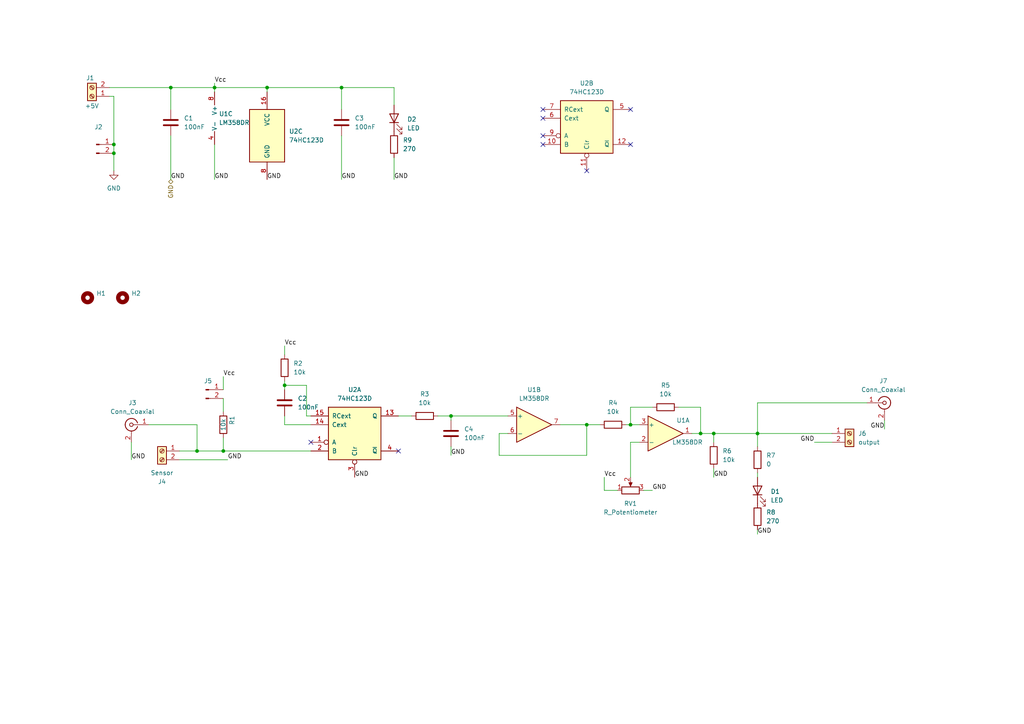
<source format=kicad_sch>
(kicad_sch (version 20231120) (generator "eeschema") (generator_version "8.0")
  (paper "A4")
  (lib_symbols
    (symbol "74xx:74HC123" (pin_names (offset 1.016))
      (property "Reference" "U" (at -7.62 8.89 0))
      (property "Value" "74HC123" (at -7.62 -8.89 0))
      (symbol "74HC123_1_0"
        (pin input inverted (at -12.7 -2.54 0) (length 5.08) (name "A") (number "1"))
        (pin output line (at 12.7 5.08 180) (length 5.08) (name "Q") (number "13"))
        (pin input line (at -12.7 2.54 0) (length 5.08) (name "Cext") (number "14"))
        (pin input line (at -12.7 5.08 0) (length 5.08) (name "RCext") (number "15"))
        (pin input line (at -12.7 -5.08 0) (length 5.08) (name "B") (number "2"))
        (pin input inverted (at 0 -12.7 90) (length 5.08) (name "Clr") (number "3"))
        (pin output line (at 12.7 -5.08 180) (length 5.08) (name "~{Q}") (number "4"))
      )
      (symbol "74HC123_1_1"
        (rectangle (start -7.62 7.62) (end 7.62 -7.62) (stroke (width 0.254)) (fill (type background)))
      )
      (symbol "74HC123_2_0"
        (pin input line (at -12.7 -5.08 0) (length 5.08) (name "B") (number "10"))
        (pin input inverted (at 0 -12.7 90) (length 5.08) (name "Clr") (number "11"))
        (pin output line (at 12.7 -5.08 180) (length 5.08) (name "~{Q}") (number "12"))
        (pin output line (at 12.7 5.08 180) (length 5.08) (name "Q") (number "5"))
        (pin input line (at -12.7 2.54 0) (length 5.08) (name "Cext") (number "6"))
        (pin input line (at -12.7 5.08 0) (length 5.08) (name "RCext") (number "7"))
        (pin input inverted (at -12.7 -2.54 0) (length 5.08) (name "A") (number "9"))
      )
      (symbol "74HC123_2_1"
        (rectangle (start -7.62 7.62) (end 7.62 -7.62) (stroke (width 0.254)) (fill (type background)))
      )
      (symbol "74HC123_3_0"
        (pin power_in line (at 0 12.7 270) (length 5.08) (name "VCC") (number "16"))
        (pin power_in line (at 0 -12.7 90) (length 5.08) (name "GND") (number "8"))
      )
      (symbol "74HC123_3_1"
        (rectangle (start -5.08 7.62) (end 5.08 -7.62) (stroke (width 0.254)) (fill (type background)))
      )
    )
    (symbol "Amplifier_Operational:LM358" (pin_names (offset 0.127))
      (property "Reference" "U" (at 0 5.08 0))
      (property "Value" "LM358" (at 0 -5.08 0))
      (symbol "LM358_1_1"
        (polyline (pts (xy -5.08 5.08) (xy 5.08 0) (xy -5.08 -5.08) (xy -5.08 5.08)) (stroke (width 0.254)) (fill (type background)))
        (pin output line (at 7.62 0 180) (length 2.54) (name "~") (number "1"))
        (pin input line (at -7.62 -2.54 0) (length 2.54) (name "-") (number "2"))
        (pin input line (at -7.62 2.54 0) (length 2.54) (name "+") (number "3"))
      )
      (symbol "LM358_2_1"
        (polyline (pts (xy -5.08 5.08) (xy 5.08 0) (xy -5.08 -5.08) (xy -5.08 5.08)) (stroke (width 0.254)) (fill (type background)))
        (pin input line (at -7.62 2.54 0) (length 2.54) (name "+") (number "5"))
        (pin input line (at -7.62 -2.54 0) (length 2.54) (name "-") (number "6"))
        (pin output line (at 7.62 0 180) (length 2.54) (name "~") (number "7"))
      )
      (symbol "LM358_3_1"
        (pin power_in line (at -2.54 -7.62 90) (length 3.81) (name "V-") (number "4"))
        (pin power_in line (at -2.54 7.62 270) (length 3.81) (name "V+") (number "8"))
      )
    )
    (symbol "Connector:Conn_01x02_Pin" (pin_names (offset 1.016) hide)
      (property "Reference" "J" (at 0 2.54 0))
      (property "Value" "Conn_01x02_Pin" (at 0 -5.08 0))
      (symbol "Conn_01x02_Pin_1_1"
        (polyline (pts (xy 1.27 -2.54) (xy 0.8636 -2.54)) (stroke (width 0.1524)))
        (polyline (pts (xy 1.27 0) (xy 0.8636 0)) (stroke (width 0.1524)))
        (rectangle (start 0.8636 -2.413) (end 0 -2.667) (stroke (width 0.1524)) (fill (type outline)))
        (rectangle (start 0.8636 0.127) (end 0 -0.127) (stroke (width 0.1524)) (fill (type outline)))
        (pin passive line (at 5.08 0 180) (length 3.81) (name "Pin_1") (number "1"))
        (pin passive line (at 5.08 -2.54 180) (length 3.81) (name "Pin_2") (number "2"))
      )
    )
    (symbol "Connector:Conn_Coaxial" (pin_names (offset 1.016) hide)
      (property "Reference" "J" (at 0.254 3.048 0))
      (property "Value" "Conn_Coaxial" (at 2.921 0 90))
      (symbol "Conn_Coaxial_0_1"
        (arc (start -1.778 -0.508) (mid 0.2311 -1.8066) (end 1.778 0) (stroke (width 0.254)))
        (polyline (pts (xy -2.54 0) (xy -0.508 0)))
        (polyline (pts (xy 0 -2.54) (xy 0 -1.778)))
        (circle (center 0 0) (radius 0.508) (stroke (width 0.2032)))
        (arc (start 1.778 0) (mid 0.2099 1.8101) (end -1.778 0.508) (stroke (width 0.254)))
      )
      (symbol "Conn_Coaxial_1_1"
        (pin passive line (at -5.08 0 0) (length 2.54) (name "In") (number "1"))
        (pin passive line (at 0 -5.08 90) (length 2.54) (name "Ext") (number "2"))
      )
    )
    (symbol "Connector:Screw_Terminal_01x02" (pin_names (offset 1.016) hide)
      (property "Reference" "J" (at 0 2.54 0))
      (property "Value" "Screw_Terminal_01x02" (at 0 -5.08 0))
      (symbol "Screw_Terminal_01x02_1_1"
        (rectangle (start -1.27 1.27) (end 1.27 -3.81) (stroke (width 0.254)) (fill (type background)))
        (circle (center 0 -2.54) (radius 0.635) (stroke (width 0.1524)))
        (polyline (pts (xy -0.5334 -2.2098) (xy 0.3302 -3.048)) (stroke (width 0.1524)))
        (polyline (pts (xy -0.5334 0.3302) (xy 0.3302 -0.508)) (stroke (width 0.1524)))
        (polyline (pts (xy -0.3556 -2.032) (xy 0.508 -2.8702)) (stroke (width 0.1524)))
        (polyline (pts (xy -0.3556 0.508) (xy 0.508 -0.3302)) (stroke (width 0.1524)))
        (circle (center 0 0) (radius 0.635) (stroke (width 0.1524)))
        (pin passive line (at -5.08 0 0) (length 3.81) (name "Pin_1") (number "1"))
        (pin passive line (at -5.08 -2.54 0) (length 3.81) (name "Pin_2") (number "2"))
      )
    )
    (symbol "Device:C" (pin_numbers hide) (pin_names (offset 0.254))
      (property "Reference" "C" (at 0.635 2.54 0))
      (property "Value" "C" (at 0.635 -2.54 0))
      (symbol "C_0_1"
        (polyline (pts (xy -2.032 -0.762) (xy 2.032 -0.762)) (stroke (width 0.508)))
        (polyline (pts (xy -2.032 0.762) (xy 2.032 0.762)) (stroke (width 0.508)))
      )
      (symbol "C_1_1"
        (pin passive line (at 0 3.81 270) (length 2.794) (name "~") (number "1"))
        (pin passive line (at 0 -3.81 90) (length 2.794) (name "~") (number "2"))
      )
    )
    (symbol "Device:LED" (pin_numbers hide) (pin_names (offset 1.016) hide)
      (property "Reference" "D" (at 0 2.54 0))
      (property "Value" "LED" (at 0 -2.54 0))
      (symbol "LED_0_1"
        (polyline (pts (xy -1.27 -1.27) (xy -1.27 1.27)) (stroke (width 0.254)))
        (polyline (pts (xy -1.27 0) (xy 1.27 0)))
        (polyline (pts (xy 1.27 -1.27) (xy 1.27 1.27) (xy -1.27 0) (xy 1.27 -1.27)) (stroke (width 0.254)))
        (polyline (pts (xy -3.048 -0.762) (xy -4.572 -2.286) (xy -3.81 -2.286) (xy -4.572 -2.286) (xy -4.572 -1.524)))
        (polyline (pts (xy -1.778 -0.762) (xy -3.302 -2.286) (xy -2.54 -2.286) (xy -3.302 -2.286) (xy -3.302 -1.524)))
      )
      (symbol "LED_1_1"
        (pin passive line (at -3.81 0 0) (length 2.54) (name "K") (number "1"))
        (pin passive line (at 3.81 0 180) (length 2.54) (name "A") (number "2"))
      )
    )
    (symbol "Device:R" (pin_numbers hide) (pin_names (offset 0))
      (property "Reference" "R" (at 2.032 0 90))
      (property "Value" "R" (at 0 0 90))
      (symbol "R_0_1"
        (rectangle (start -1.016 -2.54) (end 1.016 2.54) (stroke (width 0.254)))
      )
      (symbol "R_1_1"
        (pin passive line (at 0 3.81 270) (length 1.27) (name "~") (number "1"))
        (pin passive line (at 0 -3.81 90) (length 1.27) (name "~") (number "2"))
      )
    )
    (symbol "Device:R_Potentiometer" (pin_names (offset 1.016) hide)
      (property "Reference" "RV" (at -4.445 0 90))
      (property "Value" "R_Potentiometer" (at -2.54 0 90))
      (symbol "R_Potentiometer_0_1"
        (polyline (pts (xy 2.54 0) (xy 1.524 0)))
        (polyline (pts (xy 1.143 0) (xy 2.286 0.508) (xy 2.286 -0.508) (xy 1.143 0)) (fill (type outline)))
        (rectangle (start 1.016 2.54) (end -1.016 -2.54) (stroke (width 0.254)))
      )
      (symbol "R_Potentiometer_1_1"
        (pin passive line (at 0 3.81 270) (length 1.27) (name "1") (number "1"))
        (pin passive line (at 3.81 0 180) (length 1.27) (name "2") (number "2"))
        (pin passive line (at 0 -3.81 90) (length 1.27) (name "3") (number "3"))
      )
    )
    (symbol "Mechanical:MountingHole" (pin_names (offset 1.016)) (exclude_from_sim yes) (in_bom no)
      (property "Reference" "H" (at 0 5.08 0))
      (property "Value" "MountingHole" (at 0 3.175 0))
      (symbol "MountingHole_0_1"
        (circle (center 0 0) (radius 1.27) (stroke (width 1.27)))
      )
    )
    (symbol "power:GND" (power) (pin_numbers hide) (pin_names (offset 0) hide)
      (property "Value" "GND" (at 0 -3.81 0))
      (symbol "GND_0_1"
        (polyline (pts (xy 0 0) (xy 0 -1.27) (xy 1.27 -1.27) (xy 0 -2.54) (xy -1.27 -1.27) (xy 0 -1.27)))
      )
      (symbol "GND_1_1"
        (pin power_in line (at 0 0 270) (length 0) (name "~") (number "1"))
      )
    )
  )
  (junction (at 33.02 44.45))
  (junction (at 49.53 25.4))
  (junction (at 207.01 125.73))
  (junction (at 170.18 123.19))
  (junction (at 82.55 111.76))
  (junction (at 57.15 130.81))
  (junction (at 33.02 41.91))
  (junction (at 64.77 130.81))
  (junction (at 130.81 120.65))
  (junction (at 99.06 25.4))
  (junction (at 62.23 25.4))
  (junction (at 203.2 125.73))
  (junction (at 77.47 25.4))
  (junction (at 182.88 123.19))
  (junction (at 219.71 125.73))
  (no_connect (at 170.18 49.53))
  (no_connect (at 157.48 41.91))
  (no_connect (at 115.57 130.81))
  (no_connect (at 157.48 39.37))
  (no_connect (at 90.17 128.27))
  (no_connect (at 157.48 34.29))
  (no_connect (at 182.88 41.91))
  (no_connect (at 182.88 31.75))
  (no_connect (at 157.48 31.75))
  (wire (pts (xy 196.85 118.11) (xy 203.2 118.11)))
  (wire (pts (xy 62.23 41.91) (xy 62.23 52.07)))
  (wire (pts (xy 49.53 25.4) (xy 49.53 31.75)))
  (wire (pts (xy 130.81 120.65) (xy 130.81 121.92)))
  (wire (pts (xy 170.18 132.08) (xy 170.18 123.19)))
  (wire (pts (xy 82.55 111.76) (xy 88.9 111.76)))
  (wire (pts (xy 33.02 44.45) (xy 33.02 41.91)))
  (wire (pts (xy 203.2 125.73) (xy 207.01 125.73)))
  (wire (pts (xy 82.55 111.76) (xy 82.55 113.03)))
  (wire (pts (xy 38.1 128.27) (xy 38.1 133.35)))
  (wire (pts (xy 219.71 116.84) (xy 219.71 125.73)))
  (wire (pts (xy 130.81 129.54) (xy 130.81 132.08)))
  (wire (pts (xy 64.77 127) (xy 64.77 130.81)))
  (wire (pts (xy 62.23 25.4) (xy 77.47 25.4)))
  (wire (pts (xy 33.02 49.53) (xy 33.02 44.45)))
  (wire (pts (xy 62.23 25.4) (xy 62.23 26.67)))
  (wire (pts (xy 31.75 25.4) (xy 49.53 25.4)))
  (wire (pts (xy 64.77 130.81) (xy 90.17 130.81)))
  (wire (pts (xy 181.61 123.19) (xy 182.88 123.19)))
  (wire (pts (xy 182.88 123.19) (xy 185.42 123.19)))
  (wire (pts (xy 144.78 125.73) (xy 144.78 132.08)))
  (wire (pts (xy 219.71 125.73) (xy 241.3 125.73)))
  (wire (pts (xy 200.66 125.73) (xy 203.2 125.73)))
  (wire (pts (xy 77.47 25.4) (xy 99.06 25.4)))
  (wire (pts (xy 90.17 120.65) (xy 88.9 120.65)))
  (wire (pts (xy 219.71 125.73) (xy 219.71 129.54)))
  (wire (pts (xy 99.06 39.37) (xy 99.06 52.07)))
  (wire (pts (xy 52.07 133.35) (xy 66.04 133.35)))
  (wire (pts (xy 64.77 115.57) (xy 64.77 119.38)))
  (wire (pts (xy 43.18 123.19) (xy 57.15 123.19)))
  (wire (pts (xy 185.42 128.27) (xy 182.88 128.27)))
  (wire (pts (xy 207.01 135.89) (xy 207.01 138.43)))
  (wire (pts (xy 49.53 25.4) (xy 62.23 25.4)))
  (wire (pts (xy 144.78 132.08) (xy 170.18 132.08)))
  (wire (pts (xy 170.18 123.19) (xy 162.56 123.19)))
  (wire (pts (xy 82.55 120.65) (xy 82.55 123.19)))
  (wire (pts (xy 77.47 26.67) (xy 77.47 25.4)))
  (wire (pts (xy 219.71 137.16) (xy 219.71 138.43)))
  (wire (pts (xy 114.3 45.72) (xy 114.3 52.07)))
  (wire (pts (xy 88.9 120.65) (xy 88.9 111.76)))
  (wire (pts (xy 175.26 142.24) (xy 179.07 142.24)))
  (wire (pts (xy 236.22 128.27) (xy 241.3 128.27)))
  (wire (pts (xy 49.53 39.37) (xy 49.53 52.07)))
  (wire (pts (xy 114.3 30.48) (xy 114.3 25.4)))
  (wire (pts (xy 182.88 128.27) (xy 182.88 138.43)))
  (wire (pts (xy 57.15 130.81) (xy 64.77 130.81)))
  (wire (pts (xy 62.23 24.13) (xy 62.23 25.4)))
  (wire (pts (xy 186.69 142.24) (xy 189.23 142.24)))
  (wire (pts (xy 170.18 123.19) (xy 173.99 123.19)))
  (wire (pts (xy 182.88 118.11) (xy 182.88 123.19)))
  (wire (pts (xy 219.71 116.84) (xy 251.46 116.84)))
  (wire (pts (xy 52.07 130.81) (xy 57.15 130.81)))
  (wire (pts (xy 207.01 125.73) (xy 219.71 125.73)))
  (wire (pts (xy 33.02 41.91) (xy 33.02 27.94)))
  (wire (pts (xy 114.3 25.4) (xy 99.06 25.4)))
  (wire (pts (xy 219.71 153.67) (xy 219.71 154.94)))
  (wire (pts (xy 115.57 120.65) (xy 119.38 120.65)))
  (wire (pts (xy 82.55 110.49) (xy 82.55 111.76)))
  (wire (pts (xy 147.32 125.73) (xy 144.78 125.73)))
  (wire (pts (xy 127 120.65) (xy 130.81 120.65)))
  (wire (pts (xy 203.2 118.11) (xy 203.2 125.73)))
  (wire (pts (xy 207.01 128.27) (xy 207.01 125.73)))
  (wire (pts (xy 57.15 123.19) (xy 57.15 130.81)))
  (wire (pts (xy 90.17 123.19) (xy 82.55 123.19)))
  (wire (pts (xy 130.81 120.65) (xy 147.32 120.65)))
  (wire (pts (xy 256.54 121.92) (xy 256.54 124.46)))
  (wire (pts (xy 64.77 109.22) (xy 64.77 113.03)))
  (wire (pts (xy 99.06 31.75) (xy 99.06 25.4)))
  (wire (pts (xy 31.75 27.94) (xy 33.02 27.94)))
  (wire (pts (xy 82.55 100.33) (xy 82.55 102.87)))
  (wire (pts (xy 175.26 138.43) (xy 175.26 142.24)))
  (wire (pts (xy 189.23 118.11) (xy 182.88 118.11)))
  (label "Vcc" (at 82.55 100.33 0))
  (label "GND" (at 236.22 128.27 180))
  (label "GND" (at 130.81 132.08 0))
  (label "GND" (at 77.47 52.07 0))
  (label "GND" (at 66.04 133.35 0))
  (label "GND" (at 256.54 124.46 180))
  (label "GND" (at 219.71 154.94 0))
  (label "Vcc" (at 64.77 109.22 0))
  (label "GND" (at 62.23 52.07 0))
  (label "GND" (at 38.1 133.35 0))
  (label "Vcc" (at 175.26 138.43 0))
  (label "GND" (at 114.3 52.07 0))
  (label "GND" (at 99.06 52.07 0))
  (label "Vcc" (at 62.23 24.13 0))
  (label "GND" (at 207.01 138.43 0))
  (label "GND" (at 102.87 138.43 0))
  (label "GND" (at 49.53 52.07 0))
  (label "GND" (at 189.23 142.24 0))
  (hierarchical_label "GND" (shape bidirectional) (at 49.53 52.07 270))
  (symbol (lib_id "Connector:Screw_Terminal_01x02") (at 26.67 27.94 180) (unit 1)
    (property "Reference" "J1" (at 26.162 22.606 0))
    (property "Value" "+5V" (at 26.67 30.734 0))
    (property "Footprint" "TerminalBlock_TE-Connectivity:TerminalBlock_TE_282834-2_1x02_P2.54mm_Horizontal" (effects (hide yes)))
    (property "Description" "Generic screw terminal, single row, 01x02, script generated (kicad-library-utils/schlib/autogen/connector/)" (effects (hide yes)))
  )
  (symbol (lib_id "power:GND") (at 33.02 49.53 0) (unit 1)
    (property "Reference" "#PWR01" (effects (hide yes)))
    (property "Value" "GND" (at 33.02 54.61 0))
    (property "Description" "Power symbol creates a global label with name \"GND\" , ground" (effects (hide yes)))
  )
  (symbol (lib_id "Device:R") (at 82.55 106.68 0) (unit 1)
    (property "Reference" "R2" (at 85.09 105.4099 0) (effects (justify left)))
    (property "Value" "10k" (at 85.09 107.9499 0) (effects (justify left)))
    (property "Footprint" "Resistor_SMD:R_0603_1608Metric" (effects (hide yes)))
  )
  (symbol (lib_id "Connector:Screw_Terminal_01x02") (at 246.38 125.73 0) (unit 1)
    (property "Reference" "J6" (at 248.92 125.7299 0) (effects (justify left)))
    (property "Value" "output" (at 248.92 128.2699 0) (effects (justify left)))
    (property "Footprint" "TerminalBlock_TE-Connectivity:TerminalBlock_TE_282834-2_1x02_P2.54mm_Horizontal" (effects (hide yes)))
    (property "Description" "Generic screw terminal, single row, 01x02, script generated (kicad-library-utils/schlib/autogen/connector/)" (effects (hide yes)))
  )
  (symbol (lib_id "Device:R") (at 64.77 123.19 0) (unit 1)
    (property "Reference" "R1" (at 67.31 121.92 90))
    (property "Value" "10k" (at 64.77 123.19 90))
    (property "Footprint" "Resistor_SMD:R_0603_1608Metric" (effects (hide yes)))
  )
  (symbol (lib_id "74xx:74HC123") (at 170.18 36.83 0) (unit 2)
    (property "Reference" "U2" (at 170.18 24.13 0))
    (property "Value" "74HC123D" (at 170.18 26.67 0))
    (property "Footprint" "Package_SO:SOIC-16W_5.3x10.2mm_P1.27mm" (effects (hide yes)))
    (property "Datasheet" "https://assets.nexperia.com/documents/data-sheet/74HC_HCT123.pdf" (effects (hide yes)))
    (property "Description" "Dual retriggerable monostable multivibrator" (effects (hide yes)))
  )
  (symbol (lib_id "Connector:Screw_Terminal_01x02") (at 46.99 130.81 0) (mirror y) (unit 1)
    (property "Reference" "J4" (at 46.99 139.7 0))
    (property "Value" "Sensor" (at 46.99 137.16 0))
    (property "Footprint" "TerminalBlock_TE-Connectivity:TerminalBlock_TE_282834-2_1x02_P2.54mm_Horizontal" (effects (hide yes)))
    (property "Description" "Generic screw terminal, single row, 01x02, script generated (kicad-library-utils/schlib/autogen/connector/)" (effects (hide yes)))
  )
  (symbol (lib_id "Device:R") (at 219.71 133.35 180) (unit 1)
    (property "Reference" "R7" (at 222.25 132.0799 0) (effects (justify right)))
    (property "Value" "0" (at 222.25 134.6199 0) (effects (justify right)))
    (property "Footprint" "Resistor_SMD:R_0603_1608Metric" (effects (hide yes)))
  )
  (symbol (lib_id "Device:C") (at 130.81 125.73 0) (unit 1)
    (property "Reference" "C4" (at 134.62 124.46 0) (effects (justify left)))
    (property "Value" "100nF" (at 134.62 127 0) (effects (justify left)))
    (property "Footprint" "Capacitor_SMD:C_0603_1608Metric" (effects (hide yes)))
  )
  (symbol (lib_id "Mechanical:MountingHole") (at 35.56 86.36 0) (unit 1) (exclude_from_sim yes) (in_bom no)
    (property "Reference" "H2" (at 38.1 85.0899 0) (effects (justify left)))
    (property "Value" "MountingHole" (effects (hide yes)))
    (property "Footprint" "MountingHole:MountingHole_3mm" (effects (hide yes)))
    (property "Description" "Mounting Hole without connection" (effects (hide yes)))
  )
  (symbol (lib_id "Device:R") (at 177.8 123.19 90) (unit 1)
    (property "Reference" "R4" (at 177.8 116.84 90))
    (property "Value" "10k" (at 177.8 119.38 90))
    (property "Footprint" "Resistor_SMD:R_0603_1608Metric" (effects (hide yes)))
  )
  (symbol (lib_id "Device:C") (at 82.55 116.84 0) (unit 1)
    (property "Reference" "C2" (at 86.36 115.57 0) (effects (justify left)))
    (property "Value" "100nF" (at 86.36 118.11 0) (effects (justify left)))
    (property "Footprint" "Capacitor_SMD:C_0603_1608Metric" (effects (hide yes)))
  )
  (symbol (lib_id "Device:C") (at 99.06 35.56 0) (unit 1)
    (property "Reference" "C3" (at 102.87 34.29 0) (effects (justify left)))
    (property "Value" "100nF" (at 102.87 36.83 0) (effects (justify left)))
    (property "Footprint" "Capacitor_SMD:C_0603_1608Metric" (effects (hide yes)))
  )
  (symbol (lib_id "Connector:Conn_01x02_Pin") (at 59.69 113.03 0) (unit 1)
    (property "Reference" "J5" (at 60.325 110.49 0))
    (property "Value" "LINK_Power" (effects (hide yes)))
    (property "Footprint" "Connector_PinHeader_2.54mm:PinHeader_1x02_P2.54mm_Vertical" (effects (hide yes)))
    (property "Description" "Generic connector, single row, 01x02, script generated" (effects (hide yes)))
  )
  (symbol (lib_id "Device:R") (at 123.19 120.65 90) (unit 1)
    (property "Reference" "R3" (at 123.19 114.3 90))
    (property "Value" "10k" (at 123.19 116.84 90))
    (property "Footprint" "Resistor_SMD:R_0603_1608Metric" (effects (hide yes)))
  )
  (symbol (lib_id "Device:LED") (at 114.3 34.29 90) (unit 1)
    (property "Reference" "D2" (at 118.11 34.6075 90) (effects (justify right)))
    (property "Value" "LED" (at 118.11 37.1475 90) (effects (justify right)))
    (property "Footprint" "LED_SMD:LED_0603_1608Metric" (effects (hide yes)))
  )
  (symbol (lib_id "Connector:Conn_01x02_Pin") (at 27.94 41.91 0) (unit 1)
    (property "Reference" "J2" (at 28.575 36.83 0))
    (property "Value" "GND" (effects (hide yes)))
    (property "Footprint" "Connector_PinHeader_2.54mm:PinHeader_1x02_P2.54mm_Vertical" (effects (hide yes)))
    (property "Description" "Generic connector, single row, 01x02, script generated" (effects (hide yes)))
  )
  (symbol (lib_id "Connector:Conn_Coaxial") (at 38.1 123.19 0) (mirror y) (unit 1)
    (property "Reference" "J3" (at 38.4174 116.84 0))
    (property "Value" "Conn_Coaxial" (at 38.4174 119.38 0))
    (property "Footprint" "Connector_Coaxial:BNC_Amphenol_B6252HB-NPP3G-50_Horizontal" (effects (hide yes)))
    (property "Datasheet" " ~" (effects (hide yes)))
    (property "Description" "coaxial connector (BNC, SMA, SMB, SMC, Cinch/RCA, LEMO, ...)" (effects (hide yes)))
  )
  (symbol (lib_id "Device:C") (at 49.53 35.56 0) (unit 1)
    (property "Reference" "C1" (at 53.34 34.29 0) (effects (justify left)))
    (property "Value" "100nF" (at 53.34 36.83 0) (effects (justify left)))
    (property "Footprint" "Capacitor_SMD:C_0603_1608Metric" (effects (hide yes)))
  )
  (symbol (lib_id "Amplifier_Operational:LM358") (at 64.77 34.29 0) (unit 3)
    (property "Reference" "U1" (at 63.5 33.0199 0) (effects (justify left)))
    (property "Value" "LM358DR" (at 63.5 35.5599 0) (effects (justify left)))
    (property "Footprint" "Package_SO:TSSOP-8_3x3mm_P0.65mm" (effects (hide yes)))
    (property "Datasheet" "http://www.ti.com/lit/ds/symlink/lm2904-n.pdf" (effects (hide yes)))
  )
  (symbol (lib_id "Device:R_Potentiometer") (at 182.88 142.24 90) (unit 1)
    (property "Reference" "RV1" (at 182.88 146.05 90))
    (property "Value" "R_Potentiometer" (at 182.88 148.59 90))
    (property "Footprint" "Potentiometer_SMD:Potentiometer_Bourns_3314J_Vertical" (effects (hide yes)))
  )
  (symbol (lib_id "Amplifier_Operational:LM358") (at 193.04 125.73 0) (unit 1)
    (property "Reference" "U1" (at 198.12 121.92 0))
    (property "Value" "LM358DR" (at 199.39 128.27 0))
    (property "Footprint" "Package_SO:TSSOP-8_3x3mm_P0.65mm" (effects (hide yes)))
    (property "Datasheet" "http://www.ti.com/lit/ds/symlink/lm2904-n.pdf" (effects (hide yes)))
  )
  (symbol (lib_id "74xx:74HC123") (at 102.87 125.73 0) (unit 1)
    (property "Reference" "U2" (at 102.87 113.03 0))
    (property "Value" "74HC123D" (at 102.87 115.57 0))
    (property "Footprint" "Package_SO:SOIC-16W_5.3x10.2mm_P1.27mm" (effects (hide yes)))
    (property "Datasheet" "https://assets.nexperia.com/documents/data-sheet/74HC_HCT123.pdf" (effects (hide yes)))
    (property "Description" "Dual retriggerable monostable multivibrator" (effects (hide yes)))
  )
  (symbol (lib_id "Amplifier_Operational:LM358") (at 154.94 123.19 0) (unit 2)
    (property "Reference" "U1" (at 154.94 113.03 0))
    (property "Value" "LM358DR" (at 154.94 115.57 0))
    (property "Footprint" "Package_SO:TSSOP-8_3x3mm_P0.65mm" (effects (hide yes)))
    (property "Datasheet" "http://www.ti.com/lit/ds/symlink/lm2904-n.pdf" (effects (hide yes)))
    (property "Description" "Low-Power, Dual Operational Amplifiers, DIP-8/SOIC-8/TO-99-8" (effects (hide yes)))
  )
  (symbol (lib_id "Mechanical:MountingHole") (at 25.4 86.36 0) (unit 1) (exclude_from_sim yes) (in_bom no)
    (property "Reference" "H1" (at 27.94 85.0899 0) (effects (justify left)))
    (property "Value" "MountingHole" (effects (hide yes)))
    (property "Footprint" "MountingHole:MountingHole_3mm" (effects (hide yes)))
    (property "Description" "Mounting Hole without connection" (effects (hide yes)))
  )
  (symbol (lib_id "Connector:Conn_Coaxial") (at 256.54 116.84 0) (unit 1)
    (property "Reference" "J7" (at 256.2226 110.49 0))
    (property "Value" "Conn_Coaxial" (at 256.2226 113.03 0))
    (property "Footprint" "Connector_Coaxial:BNC_Amphenol_B6252HB-NPP3G-50_Horizontal" (effects (hide yes)))
    (property "Datasheet" " ~" (effects (hide yes)))
    (property "Description" "coaxial connector (BNC, SMA, SMB, SMC, Cinch/RCA, LEMO, ...)" (effects (hide yes)))
  )
  (symbol (lib_id "Device:R") (at 207.01 132.08 180) (unit 1)
    (property "Reference" "R6" (at 209.55 130.8099 0) (effects (justify right)))
    (property "Value" "10k" (at 209.55 133.3499 0) (effects (justify right)))
    (property "Footprint" "Resistor_SMD:R_0603_1608Metric" (effects (hide yes)))
  )
  (symbol (lib_id "Device:LED") (at 219.71 142.24 90) (unit 1)
    (property "Reference" "D1" (at 223.52 142.5575 90) (effects (justify right)))
    (property "Value" "LED" (at 223.52 145.0975 90) (effects (justify right)))
    (property "Footprint" "LED_SMD:LED_0603_1608Metric" (effects (hide yes)))
  )
  (symbol (lib_id "Device:R") (at 219.71 149.86 0) (unit 1)
    (property "Reference" "R8" (at 222.25 148.59 0) (effects (justify left)))
    (property "Value" "270" (at 222.25 151.13 0) (effects (justify left)))
    (property "Footprint" "Resistor_SMD:R_0603_1608Metric" (effects (hide yes)))
  )
  (symbol (lib_id "74xx:74HC123") (at 77.47 39.37 0) (unit 3)
    (property "Reference" "U2" (at 83.82 38.0999 0) (effects (justify left)))
    (property "Value" "74HC123D" (at 83.82 40.6399 0) (effects (justify left)))
    (property "Footprint" "Package_SO:SOIC-16W_5.3x10.2mm_P1.27mm" (effects (hide yes)))
    (property "Datasheet" "https://assets.nexperia.com/documents/data-sheet/74HC_HCT123.pdf" (effects (hide yes)))
    (property "Description" "Dual retriggerable monostable multivibrator" (effects (hide yes)))
  )
  (symbol (lib_id "Device:R") (at 193.04 118.11 90) (unit 1)
    (property "Reference" "R5" (at 193.04 111.76 90))
    (property "Value" "10k" (at 193.04 114.3 90))
    (property "Footprint" "Resistor_SMD:R_0603_1608Metric" (effects (hide yes)))
  )
  (symbol (lib_id "Device:R") (at 114.3 41.91 0) (unit 1)
    (property "Reference" "R9" (at 116.84 40.64 0) (effects (justify left)))
    (property "Value" "270" (at 116.84 43.18 0) (effects (justify left)))
    (property "Footprint" "Resistor_SMD:R_0603_1608Metric" (effects (hide yes)))
  )
)
</source>
